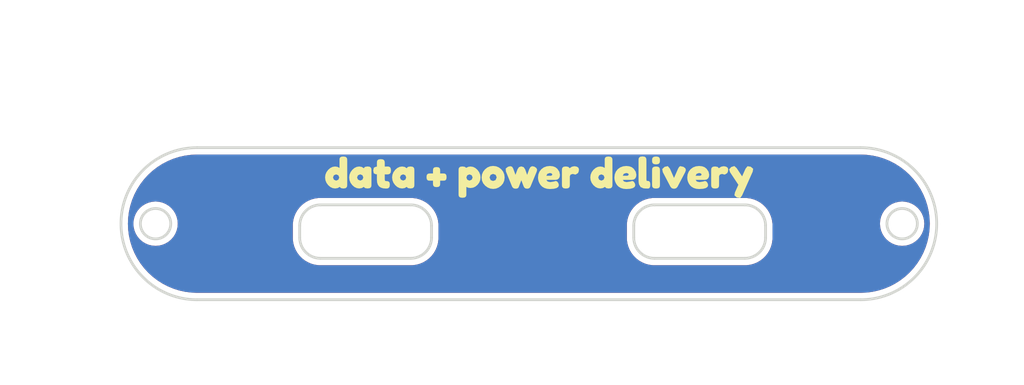
<source format=kicad_pcb>
(kicad_pcb (version 20240108) (generator "pcbnew") (generator_version "8.0")
  (layers (0 "F.Cu" signal) (31 "B.Cu" signal) (34 "B.Paste" user) (35 "F.Paste" user) (36 "B.SilkS" user "B.Silkscreen") (37 "F.SilkS" user "F.Silkscreen") (38 "B.Mask" user) (39 "F.Mask" user) (44 "Edge.Cuts" user))
  (net 0 "")
  (footprint "kibuzzard-6678AC78" (layer "F.Cu") (at 149.5 94.9)
    (property "Reference" "kibuzzard-6678AC78" (hide yes))
    (property "Value" "G***" (hide yes))
    (fp_poly (pts (xy 8.438054 -0.944206) (xy 8.275966 -0.966237) (xy 8.189413 -1.038627) (xy 8.159514 -1.125179) (xy 8.154793 -1.230615) (xy 8.159514 -1.336052) (xy 8.189413 -1.42103) (xy 8.277539 -1.491845) (xy 8.441202 -1.513877) (xy 8.60329 -1.491845) (xy 8.689843 -1.419456) (xy 8.719742 -1.332904) (xy 8.724464 -1.227468) (xy 8.719742 -1.120458) (xy 8.689843 -1.037053) (xy 8.60329 -0.966237) (xy 8.438054 -0.944206)) (fill solid) (layer "F.SilkS"))
    (fp_poly (pts (xy 14.288984 1.45093) (xy 14.109585 1.298283) (xy 14.150501 1.079542) (xy 14.395994 0.531903) (xy 13.79485 -0.374535) (xy 13.728755 -0.58226) (xy 13.879828 -0.752217) (xy 14.106438 -0.823033) (xy 14.273247 -0.673534) (xy 14.666667 -0.078684) (xy 14.915308 -0.632618) (xy 15.056938 -0.80887) (xy 15.289843 -0.774249) (xy 15.467668 -0.626323) (xy 15.434621 -0.415451) (xy 14.663519 1.312446) (xy 14.523462 1.490272) (xy 14.288984 1.45093)) (fill solid) (layer "F.SilkS"))
    (fp_poly (pts (xy 8.438054 0.805722) (xy 8.275966 0.783691) (xy 8.189413 0.712876) (xy 8.159514 0.627897) (xy 8.154793 0.519313) (xy 8.154793 -0.506724) (xy 8.159514 -0.61216) (xy 8.189413 -0.697139) (xy 8.277539 -0.767954) (xy 8.441202 -0.789986) (xy 8.60329 -0.767954) (xy 8.689843 -0.695565) (xy 8.719742 -0.609013) (xy 8.724464 -0.500429) (xy 8.724464 0.522461) (xy 8.719742 0.629471) (xy 8.689843 0.712876) (xy 8.60329 0.783691) (xy 8.438054 0.805722)) (fill solid) (layer "F.SilkS"))
    (fp_poly (pts (xy 9.48927 0.682976) (xy 8.932189 -0.377682) (xy 8.888126 -0.602718) (xy 9.058083 -0.764807) (xy 9.292561 -0.815165) (xy 9.445207 -0.635765) (xy 9.741059 0.037768) (xy 10.03691 -0.635765) (xy 10.110873 -0.759692) (xy 10.194278 -0.816738) (xy 10.424034 -0.764807) (xy 10.564092 -0.657797) (xy 10.60186 -0.531903) (xy 10.549928 -0.377682) (xy 9.992847 0.682976) (xy 9.893705 0.786838) (xy 9.741059 0.821459) (xy 9.588412 0.786838) (xy 9.48927 0.682976)) (fill solid) (layer "F.SilkS"))
    (fp_poly (pts (xy 7.827468 0.805722) (xy 7.651216 0.800608) (xy 7.519027 0.785265) (xy 7.323891 0.697139) (xy 7.207439 0.502003) (xy 7.183834 0.352897) (xy 7.175966 0.160515) (xy 7.175966 -1.233763) (xy 7.180687 -1.342346) (xy 7.210587 -1.427325) (xy 7.298712 -1.49814) (xy 7.462375 -1.520172) (xy 7.624464 -1.49814) (xy 7.709442 -1.425751) (xy 7.739342 -1.337625) (xy 7.745637 -1.230615) (xy 7.745637 0.125894) (xy 7.756652 0.237625) (xy 7.830615 0.254936) (xy 7.89671 0.259657) (xy 7.958083 0.286409) (xy 8.011588 0.36824) (xy 8.028898 0.522461) (xy 8.011588 0.686123) (xy 7.958083 0.772675) (xy 7.89671 0.801001) (xy 7.827468 0.805722)) (fill solid) (layer "F.SilkS"))
    (fp_poly (pts (xy 1.916738 0.805722) (xy 1.754649 0.783691) (xy 1.668097 0.711302) (xy 1.638197 0.62475) (xy 1.633476 0.516166) (xy 1.633476 -0.509871) (xy 1.638197 -0.616881) (xy 1.668097 -0.700286) (xy 1.754649 -0.771102) (xy 1.919886 -0.793133) (xy 2.102432 -0.760873) (xy 2.190558 -0.664092) (xy 2.349499 -0.772675) (xy 2.517883 -0.80887) (xy 2.612303 -0.801001) (xy 2.725608 -0.772675) (xy 2.827897 -0.70186) (xy 2.867239 -0.58226) (xy 2.849928 -0.434728) (xy 2.797997 -0.313162) (xy 2.621745 -0.204578) (xy 2.500572 -0.228183) (xy 2.423462 -0.251788) (xy 2.267668 -0.206152) (xy 2.206295 -0.091273) (xy 2.206295 0.522461) (xy 2.201574 0.629471) (xy 2.171674 0.712876) (xy 2.083548 0.783691) (xy 1.916738 0.805722)) (fill solid) (layer "F.SilkS"))
    (fp_poly (pts (xy 12.71216 0.805722) (xy 12.550072 0.783691) (xy 12.463519 0.711302) (xy 12.433619 0.62475) (xy 12.428898 0.516166) (xy 12.428898 -0.509871) (xy 12.433619 -0.616881) (xy 12.463519 -0.700286) (xy 12.550072 -0.771102) (xy 12.715308 -0.793133) (xy 12.897854 -0.760873) (xy 12.98598 -0.664092) (xy 13.144921 -0.772675) (xy 13.313305 -0.80887) (xy 13.407725 -0.801001) (xy 13.52103 -0.772675) (xy 13.623319 -0.70186) (xy 13.662661 -0.58226) (xy 13.645351 -0.434728) (xy 13.593419 -0.313162) (xy 13.417167 -0.204578) (xy 13.295994 -0.228183) (xy 13.218884 -0.251788) (xy 13.06309 -0.206152) (xy 13.001717 -0.091273) (xy 13.001717 0.522461) (xy 12.996996 0.629471) (xy 12.967096 0.712876) (xy 12.87897 0.783691) (xy 12.71216 0.805722)) (fill solid) (layer "F.SilkS"))
    (fp_poly (pts (xy -3.339342 0.834049) (xy -3.345637 0.833244) (xy -3.345637 0.258083) (xy -3.169385 0.195136) (xy -3.084406 0) (xy -3.156795 -0.185694) (xy -3.348784 -0.254936) (xy -3.526609 -0.180973) (xy -3.600572 0.003147) (xy -3.518741 0.195136) (xy -3.345637 0.258083) (xy -3.345637 0.833244) (xy -3.54322 0.807996) (xy -3.735209 0.729836) (xy -3.915308 0.599571) (xy -4.060436 0.429439) (xy -4.147512 0.23168) (xy -4.176538 0.006295) (xy -4.149261 -0.211747) (xy -4.06743 -0.408457) (xy -3.931044 -0.583834) (xy -3.756891 -0.721094) (xy -3.561755 -0.803449) (xy -3.345637 -0.830901) (xy -3.124448 -0.803974) (xy -2.926689 -0.723192) (xy -2.752361 -0.588555) (xy -2.616849 -0.415101) (xy -2.535543 -0.217867) (xy -2.508441 0.003147) (xy -2.537291 0.235002) (xy -2.623844 0.435384) (xy -2.768097 0.604292) (xy -2.946972 0.731935) (xy -3.137387 0.80852) (xy -3.339342 0.834049)) (fill solid) (layer "F.SilkS"))
    (fp_poly (pts (xy -12.428898 0.799428) (xy -12.607511 0.771102) (xy -12.696423 0.686123) (xy -12.84671 0.771102) (xy -12.948212 0.787058) (xy -12.948212 0.229757) (xy -12.795565 0.162089) (xy -12.731044 0.003147) (xy -12.795565 -0.157368) (xy -12.954506 -0.223462) (xy -13.116595 -0.15422) (xy -13.184263 0.006295) (xy -13.113448 0.162089) (xy -12.948212 0.229757) (xy -12.948212 0.787058) (xy -13.026896 0.799428) (xy -13.208918 0.7725) (xy -13.377301 0.691718) (xy -13.532046 0.557082) (xy -13.655317 0.387474) (xy -13.72928 0.20178) (xy -13.753934 0) (xy -13.729105 -0.196535) (xy -13.654618 -0.379081) (xy -13.530472 -0.547639) (xy -13.375203 -0.682276) (xy -13.207344 -0.763058) (xy -13.026896 -0.789986) (xy -12.841989 -0.758512) (xy -12.696423 -0.664092) (xy -12.616166 -0.760873) (xy -12.425751 -0.793133) (xy -12.263662 -0.771102) (xy -12.17711 -0.698712) (xy -12.14721 -0.61216) (xy -12.142489 -0.506724) (xy -12.142489 0.516166) (xy -12.14721 0.623176) (xy -12.17711 0.706581) (xy -12.265236 0.777396) (xy -12.428898 0.799428)) (fill solid) (layer "F.SilkS"))
    (fp_poly (pts (xy -9.325608 0.799428) (xy -9.50422 0.771102) (xy -9.593133 0.686123) (xy -9.743419 0.771102) (xy -9.844921 0.787058) (xy -9.844921 0.229757) (xy -9.692275 0.162089) (xy -9.627754 0.003147) (xy -9.692275 -0.157368) (xy -9.851216 -0.223462) (xy -10.013305 -0.15422) (xy -10.080973 0.006295) (xy -10.010157 0.162089) (xy -9.844921 0.229757) (xy -9.844921 0.787058) (xy -9.923605 0.799428) (xy -10.105627 0.7725) (xy -10.27401 0.691718) (xy -10.428755 0.557082) (xy -10.552027 0.387474) (xy -10.62599 0.20178) (xy -10.650644 0) (xy -10.625815 -0.196535) (xy -10.551327 -0.379081) (xy -10.427182 -0.547639) (xy -10.271912 -0.682276) (xy -10.104053 -0.763058) (xy -9.923605 -0.789986) (xy -9.738698 -0.758512) (xy -9.593133 -0.664092) (xy -9.512876 -0.760873) (xy -9.322461 -0.793133) (xy -9.160372 -0.771102) (xy -9.07382 -0.698712) (xy -9.04392 -0.61216) (xy -9.039199 -0.506724) (xy -9.039199 0.516166) (xy -9.04392 0.623176) (xy -9.07382 0.706581) (xy -9.161946 0.777396) (xy -9.325608 0.799428)) (fill solid) (layer "F.SilkS"))
    (fp_poly (pts (xy -7.918741 0.236052) (xy -8.008441 0.23133) (xy -8.08083 0.204578) (xy -8.142203 0.125894) (xy -8.161087 -0.025179) (xy -8.140629 -0.176252) (xy -8.074535 -0.254936) (xy -7.994278 -0.281688) (xy -7.89671 -0.286409) (xy -7.692132 -0.286409) (xy -7.692132 -0.494134) (xy -7.687411 -0.590129) (xy -7.660658 -0.667239) (xy -7.581974 -0.730186) (xy -7.430901 -0.74907) (xy -7.282976 -0.728612) (xy -7.204292 -0.664092) (xy -7.177539 -0.586981) (xy -7.172818 -0.490987) (xy -7.172818 -0.286409) (xy -6.965093 -0.286409) (xy -6.869099 -0.281688) (xy -6.791989 -0.254936) (xy -6.727468 -0.174678) (xy -6.70701 -0.022031) (xy -6.725894 0.125894) (xy -6.787268 0.204578) (xy -6.859657 0.23133) (xy -6.949356 0.236052) (xy -7.172818 0.236052) (xy -7.172818 0.443777) (xy -7.177539 0.539771) (xy -7.204292 0.616881) (xy -7.282976 0.681402) (xy -7.434049 0.70186) (xy -7.581974 0.681402) (xy -7.660658 0.615308) (xy -7.687411 0.536624) (xy -7.692132 0.440629) (xy -7.692132 0.236052) (xy -7.918741 0.236052)) (fill solid) (layer "F.SilkS"))
    (fp_poly (pts (xy 0.76166 0.840343) (xy 0.550787 0.821066) (xy 0.365093 0.763233) (xy 0.211266 0.673927) (xy 0.095994 0.560229) (xy 0.011803 0.431187) (xy -0.048784 0.295851) (xy -0.085372 0.155794) (xy -0.097568 0.012589) (xy -0.070815 -0.21979) (xy 0.009442 -0.421745) (xy 0.143205 -0.593276) (xy 0.319282 -0.723542) (xy 0.526482 -0.801701) (xy 0.764807 -0.827754) (xy 0.98145 -0.805023) (xy 1.161373 -0.73683) (xy 1.304578 -0.623176) (xy 1.445029 -0.41309) (xy 1.491845 -0.191989) (xy 1.470207 -0.035801) (xy 1.405293 0.080258) (xy 1.304971 0.152253) (xy 1.17711 0.176252) (xy 0.506724 0.176252) (xy 0.506724 -0.119599) (xy 0.859227 -0.119599) (xy 0.944206 -0.195136) (xy 0.893848 -0.287983) (xy 0.758512 -0.32103) (xy 0.580687 -0.259657) (xy 0.506724 -0.119599) (xy 0.506724 0.176252) (xy 0.601144 0.295851) (xy 0.786838 0.339914) (xy 1.041774 0.298999) (xy 1.186552 0.258083) (xy 1.290415 0.295851) (xy 1.375393 0.409156) (xy 1.416309 0.553934) (xy 1.375393 0.679238) (xy 1.252647 0.768741) (xy 1.048069 0.822443) (xy 0.76166 0.840343)) (fill solid) (layer "F.SilkS"))
    (fp_poly (pts (xy 6.288412 0.840343) (xy 6.077539 0.821066) (xy 5.891845 0.763233) (xy 5.738019 0.673927) (xy 5.622747 0.560229) (xy 5.538555 0.431187) (xy 5.477969 0.295851) (xy 5.441381 0.155794) (xy 5.429185 0.012589) (xy 5.455937 -0.21979) (xy 5.536195 -0.421745) (xy 5.669957 -0.593276) (xy 5.846034 -0.723542) (xy 6.053235 -0.801701) (xy 6.291559 -0.827754) (xy 6.508202 -0.805023) (xy 6.688126 -0.73683) (xy 6.83133 -0.623176) (xy 6.971781 -0.41309) (xy 7.018598 -0.191989) (xy 6.99696 -0.035801) (xy 6.932046 0.080258) (xy 6.831724 0.152253) (xy 6.703863 0.176252) (xy 6.033476 0.176252) (xy 6.033476 -0.119599) (xy 6.38598 -0.119599) (xy 6.470959 -0.195136) (xy 6.420601 -0.287983) (xy 6.285265 -0.32103) (xy 6.107439 -0.259657) (xy 6.033476 -0.119599) (xy 6.033476 0.176252) (xy 6.127897 0.295851) (xy 6.313591 0.339914) (xy 6.568526 0.298999) (xy 6.713305 0.258083) (xy 6.817167 0.295851) (xy 6.902146 0.409156) (xy 6.943062 0.553934) (xy 6.902146 0.679238) (xy 6.779399 0.768741) (xy 6.574821 0.822443) (xy 6.288412 0.840343)) (fill solid) (layer "F.SilkS"))
    (fp_poly (pts (xy 11.557082 0.840343) (xy 11.346209 0.821066) (xy 11.160515 0.763233) (xy 11.006688 0.673927) (xy 10.891416 0.560229) (xy 10.807225 0.431187) (xy 10.746638 0.295851) (xy 10.71005 0.155794) (xy 10.697854 0.012589) (xy 10.724607 -0.21979) (xy 10.804864 -0.421745) (xy 10.938627 -0.593276) (xy 11.114704 -0.723542) (xy 11.321904 -0.801701) (xy 11.560229 -0.827754) (xy 11.776872 -0.805023) (xy 11.956795 -0.73683) (xy 12.1 -0.623176) (xy 12.240451 -0.41309) (xy 12.287268 -0.191989) (xy 12.265629 -0.035801) (xy 12.200715 0.080258) (xy 12.100393 0.152253) (xy 11.972532 0.176252) (xy 11.302146 0.176252) (xy 11.302146 -0.119599) (xy 11.654649 -0.119599) (xy 11.739628 -0.195136) (xy 11.68927 -0.287983) (xy 11.553934 -0.32103) (xy 11.376109 -0.259657) (xy 11.302146 -0.119599) (xy 11.302146 0.176252) (xy 11.396567 0.295851) (xy 11.58226 0.339914) (xy 11.837196 0.298999) (xy 11.981974 0.258083) (xy 12.085837 0.295851) (xy 12.170815 0.409156) (xy 12.211731 0.553934) (xy 12.170815 0.679238) (xy 12.048069 0.768741) (xy 11.843491 0.822443) (xy 11.557082 0.840343)) (fill solid) (layer "F.SilkS"))
    (fp_poly (pts (xy -14.770529 0.799428) (xy -14.952551 0.7725) (xy -15.120935 0.691718) (xy -15.27568 0.557082) (xy -15.398951 0.387474) (xy -15.472914 0.20178) (xy -15.497568 0) (xy -15.472739 -0.196535) (xy -15.398251 -0.379081) (xy -15.274106 -0.547639) (xy -15.118836 -0.682276) (xy -14.950978 -0.763058) (xy -14.770529 -0.789986) (xy -14.598212 -0.76402) (xy -14.452647 -0.686123) (xy -14.452647 -1.227468) (xy -14.45422 -1.309299) (xy -14.441631 -1.387983) (xy -14.400715 -1.454077) (xy -14.318884 -1.49814) (xy -14.181974 -1.513877) (xy -14.016738 -1.491845) (xy -13.930186 -1.42103) (xy -13.900286 -1.336052) (xy -13.895565 -1.230615) (xy -13.895565 0.516166) (xy -13.900286 0.621602) (xy -13.930186 0.708155) (xy -14.016738 0.780544) (xy -14.178827 0.802575) (xy -14.34721 0.773462) (xy -14.43691 0.686123) (xy -14.589557 0.771102) (xy -14.694993 0.787605) (xy -14.694993 0.232904) (xy -14.537625 0.165236) (xy -14.471531 0.006295) (xy -14.537625 -0.15422) (xy -14.69814 -0.220315) (xy -14.858655 -0.15422) (xy -14.92475 0.006295) (xy -14.855508 0.165236) (xy -14.694993 0.232904) (xy -14.694993 0.787605) (xy -14.770529 0.799428)) (fill solid) (layer "F.SilkS"))
    (fp_poly (pts (xy -5.561373 1.472961) (xy -5.698283 1.455651) (xy -5.781688 1.416309) (xy -5.824177 1.351788) (xy -5.839914 1.280973) (xy -5.841488 1.195994) (xy -5.841488 -0.513019) (xy -5.836767 -0.616881) (xy -5.808441 -0.700286) (xy -5.723462 -0.771102) (xy -5.564521 -0.793133) (xy -5.393777 -0.767954) (xy -5.290701 -0.692418) (xy -5.143562 -0.765594) (xy -4.979113 -0.789986) (xy -4.798665 -0.763058) (xy -4.630806 -0.682276) (xy -4.475536 -0.547639) (xy -4.351391 -0.379081) (xy -4.276904 -0.196535) (xy -4.252074 0) (xy -4.276554 0.198458) (xy -4.349992 0.378382) (xy -4.472389 0.539771) (xy -4.626609 0.66654) (xy -4.795517 0.742601) (xy -4.979113 0.767954) (xy -5.054649 0.758374) (xy -5.054649 0.232904) (xy -4.894134 0.165236) (xy -4.824893 0.006295) (xy -4.890987 -0.15422) (xy -5.051502 -0.220315) (xy -5.212017 -0.15422) (xy -5.278112 0.006295) (xy -5.212017 0.165236) (xy -5.054649 0.232904) (xy -5.054649 0.758374) (xy -5.140415 0.747496) (xy -5.278112 0.686123) (xy -5.278112 1.192847) (xy -5.279685 1.29671) (xy -5.309585 1.383262) (xy -5.397711 1.45093) (xy -5.561373 1.472961)) (fill solid) (layer "F.SilkS"))
    (fp_poly (pts (xy 4.412589 0.799428) (xy 4.230567 0.7725) (xy 4.062184 0.691718) (xy 3.907439 0.557082) (xy 3.784168 0.387474) (xy 3.710205 0.20178) (xy 3.685551 0) (xy 3.71038 -0.196535) (xy 3.784867 -0.379081) (xy 3.909013 -0.547639) (xy 4.064282 -0.682276) (xy 4.232141 -0.763058) (xy 4.412589 -0.789986) (xy 4.584907 -0.76402) (xy 4.730472 -0.686123) (xy 4.730472 -1.227468) (xy 4.728898 -1.309299) (xy 4.741488 -1.387983) (xy 4.782403 -1.454077) (xy 4.864235 -1.49814) (xy 5.001144 -1.513877) (xy 5.166381 -1.491845) (xy 5.252933 -1.42103) (xy 5.282833 -1.336052) (xy 5.287554 -1.230615) (xy 5.287554 0.516166) (xy 5.282833 0.621602) (xy 5.252933 0.708155) (xy 5.166381 0.780544) (xy 5.004292 0.802575) (xy 4.835908 0.773462) (xy 4.746209 0.686123) (xy 4.593562 0.771102) (xy 4.488126 0.787605) (xy 4.488126 0.232904) (xy 4.645494 0.165236) (xy 4.711588 0.006295) (xy 4.645494 -0.15422) (xy 4.484979 -0.220315) (xy 4.324464 -0.15422) (xy 4.258369 0.006295) (xy 4.327611 0.165236) (xy 4.488126 0.232904) (xy 4.488126 0.787605) (xy 4.412589 0.799428)) (fill solid) (layer "F.SilkS"))
    (fp_poly (pts (xy -11.097568 0.805722) (xy -11.300572 0.788587) (xy -11.464759 0.73718) (xy -11.590129 0.651502) (xy -11.67843 0.529804) (xy -11.73141 0.370339) (xy -11.74907 0.173104) (xy -11.74907 -0.226609) (xy -11.827754 -0.226609) (xy -11.974106 -0.295851) (xy -12.016595 -0.503577) (xy -11.966237 -0.706581) (xy -11.815165 -0.774249) (xy -11.74907 -0.774249) (xy -11.74907 -1.048069) (xy -11.744349 -1.153505) (xy -11.714449 -1.235336) (xy -11.627897 -1.301431) (xy -11.462661 -1.321888) (xy -11.30372 -1.299857) (xy -11.217167 -1.229041) (xy -11.185694 -1.140916) (xy -11.179399 -1.035479) (xy -11.179399 -0.783691) (xy -11.012589 -0.789986) (xy -10.929185 -0.788412) (xy -10.855222 -0.771102) (xy -10.787554 -0.727039) (xy -10.746638 -0.640486) (xy -10.729328 -0.500429) (xy -10.752933 -0.344635) (xy -10.822175 -0.258083) (xy -10.908727 -0.225036) (xy -11.015737 -0.217167) (xy -11.179399 -0.220315) (xy -11.179399 0.144778) (xy -11.162089 0.239199) (xy -11.094421 0.264378) (xy -10.977969 0.270672) (xy -10.89299 0.300572) (xy -10.830043 0.377682) (xy -10.811159 0.522461) (xy -10.834764 0.684549) (xy -10.908727 0.771102) (xy -10.995279 0.801001) (xy -11.097568 0.805722)) (fill solid) (layer "F.SilkS"))
    (fp_poly (pts (xy -1.72475 0.815165) (xy -1.845923 0.794707) (xy -1.930901 0.727039) (xy -1.973391 0.660944) (xy -2.001717 0.591702) (xy -2.420315 -0.437482) (xy -2.43133 -0.643634) (xy -2.266094 -0.771102) (xy -2.096137 -0.812717) (xy -1.972341 -0.773899) (xy -1.894707 -0.654649) (xy -1.72475 -0.185694) (xy -1.576824 -0.591702) (xy -1.472175 -0.745136) (xy -1.309299 -0.79628) (xy -1.134621 -0.744349) (xy -1.026037 -0.588555) (xy -0.881259 -0.185694) (xy -0.730186 -0.604292) (xy -0.64171 -0.752567) (xy -0.518964 -0.811318) (xy -0.361946 -0.780544) (xy -0.217867 -0.685773) (xy -0.159116 -0.569321) (xy -0.185694 -0.431187) (xy -0.607439 0.591702) (xy -0.616881 0.615308) (xy -0.629471 0.643634) (xy -0.643634 0.67196) (xy -0.660944 0.703433) (xy -0.681402 0.73176) (xy -0.708155 0.758512) (xy -0.739628 0.780544) (xy -0.77897 0.799428) (xy -0.824607 0.810443) (xy -0.878112 0.815165) (xy -1.000858 0.797854) (xy -1.081116 0.739628) (xy -1.123605 0.67196) (xy -1.158226 0.591702) (xy -1.303004 0.204578) (xy -1.447783 0.591702) (xy -1.463519 0.632618) (xy -1.479256 0.673534) (xy -1.493419 0.708155) (xy -1.513877 0.739628) (xy -1.537482 0.763233) (xy -1.568956 0.786838) (xy -1.609871 0.801001) (xy -1.661803 0.812017) (xy -1.72475 0.815165)) (fill solid) (layer "F.SilkS"))
  )
  (gr_line (start 124.7422 103.7472) (end 172.74217 103.7472) (stroke (width 0.2)) (layer "Edge.Cuts"))
  (gr_arc (start 141.7026 99.250499) (mid 141.26326 100.31116) (end 140.202599 100.7505) (stroke (width 0.2)) (layer "Edge.Cuts"))
  (gr_arc (start 133.669001 100.7505) (mid 132.60834 100.31116) (end 132.169 99.250499) (stroke (width 0.2)) (layer "Edge.Cuts"))
  (gr_line (start 164.363923 100.7505) (end 157.830301 100.7505) (stroke (width 0.2)) (layer "Edge.Cuts"))
  (gr_line (start 132.169 99.250499) (end 132.169 98.386401) (stroke (width 0.2)) (layer "Edge.Cuts"))
  (gr_line (start 141.7026 98.386401) (end 141.7026 99.250499) (stroke (width 0.2)) (layer "Edge.Cuts"))
  (gr_line (start 133.669001 96.8864) (end 140.202599 96.8864) (stroke (width 0.2)) (layer "Edge.Cuts"))
  (gr_circle (center 175.7422 98.2472) (end 176.8422 98.2472) (stroke (width 0.2)) (fill none) (layer "Edge.Cuts"))
  (gr_arc (start 132.169 98.386401) (mid 132.60834 97.32574) (end 133.669001 96.8864) (stroke (width 0.2)) (layer "Edge.Cuts"))
  (gr_arc (start 165.863924 99.250499) (mid 165.424584 100.31116) (end 164.363923 100.7505) (stroke (width 0.2)) (layer "Edge.Cuts"))
  (gr_line (start 140.202599 100.7505) (end 133.669001 100.7505) (stroke (width 0.2)) (layer "Edge.Cuts"))
  (gr_circle (center 121.7422 98.2472) (end 122.8422 98.2472) (stroke (width 0.2)) (fill none) (layer "Edge.Cuts"))
  (gr_arc (start 156.3303 98.386401) (mid 156.76964 97.32574) (end 157.830301 96.8864) (stroke (width 0.2)) (layer "Edge.Cuts"))
  (gr_arc (start 124.7422 103.7472) (mid 119.2422 98.2472) (end 124.7422 92.7472) (stroke (width 0.2)) (layer "Edge.Cuts"))
  (gr_line (start 156.3303 99.250499) (end 156.3303 98.386401) (stroke (width 0.2)) (layer "Edge.Cuts"))
  (gr_line (start 157.830301 96.8864) (end 164.363923 96.8864) (stroke (width 0.2)) (layer "Edge.Cuts"))
  (gr_line (start 172.74217 92.7472) (end 124.7422 92.7472) (stroke (width 0.2)) (layer "Edge.Cuts"))
  (gr_line (start 165.863924 98.386401) (end 165.863924 99.250499) (stroke (width 0.2)) (layer "Edge.Cuts"))
  (gr_arc (start 172.74217 92.7472) (mid 178.24217 98.2472) (end 172.74217 103.7472) (stroke (width 0.2)) (layer "Edge.Cuts"))
  (gr_arc (start 140.202599 96.8864) (mid 141.26326 97.32574) (end 141.7026 98.386401) (stroke (width 0.2)) (layer "Edge.Cuts"))
  (gr_arc (start 157.830301 100.7505) (mid 156.76964 100.31116) (end 156.3303 99.250499) (stroke (width 0.2)) (layer "Edge.Cuts"))
  (gr_arc (start 164.363923 96.8864) (mid 165.424584 97.32574) (end 165.863924 98.386401) (stroke (width 0.2)) (layer "Edge.Cuts"))
  (zone (net 0) (net_name "") (layers "F&B.Cu") (connect_pads (clearance 0.5)) (min_thickness 0.25) (fill yes (thermal_gap 0.5) (thermal_bridge_width 0.5) (island_removal_mode 1) (island_area_min 10))
    (polygon (pts (xy 110.49 82.0674) (xy 110.49 109.9312) (xy 181.3306 109.9312) (xy 184.5564 106.7054) (xy 184.5564 84.3534) (xy 182.2704 82.0674)))
  )
)
</source>
